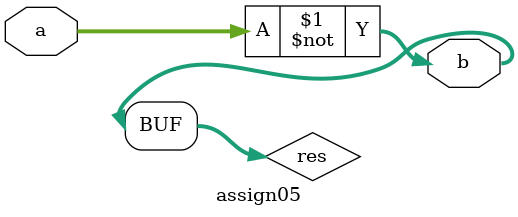
<source format=v>
module assign05(input [0:3] a, output [0:3] b);
   wire [0:3] res = ~a;
   assign b = res;
endmodule

</source>
